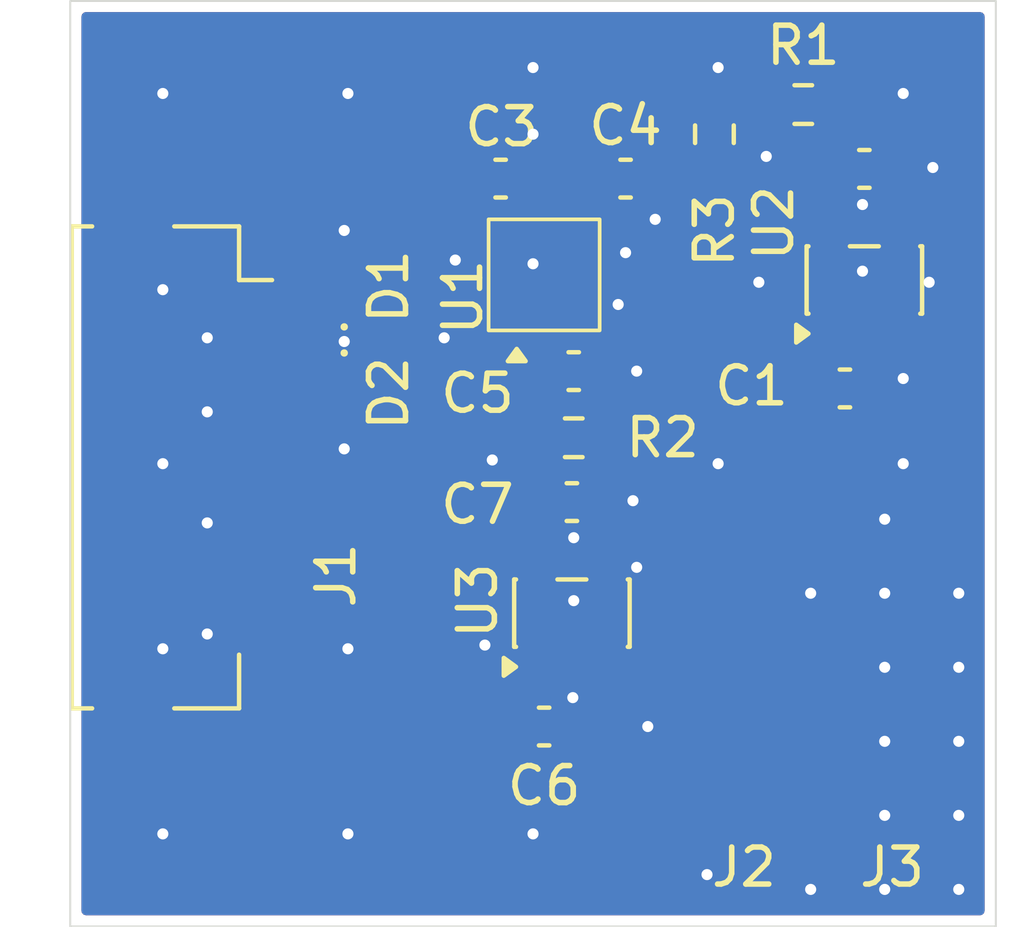
<source format=kicad_pcb>
(kicad_pcb (version 20241229) (generator "pcbnew") (generator_version "9.0")
  (layers (0 "F.Cu" signal) (2 "B.Cu" signal) (13 "F.Paste" user) (15 "B.Paste" user) (5 "F.SilkS" user "F.Silkscreen") (7 "B.SilkS" user "B.Silkscreen") (1 "F.Mask" user) (3 "B.Mask" user) (25 "Edge.Cuts" user))
  (net 0 "")
  (net 1 "+5V")
  (net 2 "GND")
  (net 3 "+3.3V")
  (net 4 "Net-(U1-C1)")
  (net 5 "+3.3VA")
  (net 7 "/SDA")
  (net 11 "/SCL")
  (net 19 "Net-(U2-OUT)")
  (net 20 "Net-(R2-Pad1)")
  (footprint "Diode_SMD:D_0402_1005Metric" (layer "F.Cu") (at 107.4 107.715 90)
    (property "Reference" "D1" (at 0 1.2 90) (layer "F.SilkS"))
    (property "Value" "JST")
    (fp_circle (center -1.09 0) (end -1.04 0) (stroke (width 0.1)) (fill no) (layer "F.SilkS"))
    (pad "1" smd roundrect (at -0.485 0 90) (size 0.59 0.64) (layers "F.Cu" "F.Mask" "F.Paste") (net 7 "/SDA"))
    (pad "2" smd roundrect (at 0.485 0 90) (size 0.59 0.64) (layers "F.Cu" "F.Mask" "F.Paste") (net 2 "GND"))
  )
  (footprint "Resistor_SMD:R_0603_1608Metric" (layer "F.Cu") (at 113.6 111.8 180)
    (property "Reference" "R2" (at -2.4 0 0) (layer "F.SilkS"))
    (property "Value" "0")
    (fp_line (start -0.237258 0.5225) (end 0.237258 0.5225) (stroke (width 0.12)) (layer "F.SilkS"))
    (fp_line (start -0.237258 -0.5225) (end 0.237258 -0.5225) (stroke (width 0.12)) (layer "F.SilkS"))
    (pad "1" smd roundrect (at -0.825 0 180) (size 0.8 0.95) (layers "F.Cu" "F.Mask" "F.Paste") (net 20 "Net-(R2-Pad1)"))
    (pad "2" smd roundrect (at 0.825 0 180) (size 0.8 0.95) (layers "F.Cu" "F.Mask" "F.Paste") (net 5 "+3.3VA"))
  )
  (footprint "Magnetometer:IST8310 LGA" (layer "F.Cu") (at 112.8 107.4 90)
    (property "Reference" "U1" (at -0.6 -2.2 90) (layer "F.SilkS"))
    (property "Value" "IST8310")
    (fp_rect (start -1.5 -1.5) (end 1.5 1.5) (stroke (width 0.1)) (fill no) (layer "F.SilkS"))
    (fp_poly (pts (xy -2 -0.74) (xy -2.33 -0.5) (xy -2.33 -0.98)) (stroke (width 0.12)) (fill yes) (layer "F.SilkS"))
    (pad "1" smd roundrect (at -1.2625 -0.75 90) (size 0.375 0.3) (layers "F.Cu" "F.Mask" "F.Paste") (net 11 "/SCL"))
    (pad "2" smd roundrect (at -1.2625 -0.25 90) (size 0.375 0.3) (layers "F.Cu" "F.Mask" "F.Paste") (net 5 "+3.3VA"))
    (pad "3" smd roundrect (at -1.2625 0.25 90) (size 0.375 0.3) (layers "F.Cu" "F.Mask" "F.Paste"))
    (pad "4" smd roundrect (at -1.2625 0.75 90) (size 0.375 0.3) (layers "F.Cu" "F.Mask" "F.Paste"))
    (pad "5" smd roundrect (at -0.75 1.2625 90) (size 0.3 0.375) (layers "F.Cu" "F.Mask" "F.Paste") (net 2 "GND"))
    (pad "6" smd roundrect (at -0.25 1.2625 90) (size 0.3 0.375) (layers "F.Cu" "F.Mask" "F.Paste") (net 2 "GND"))
    (pad "7" smd roundrect (at 0.25 1.2625 90) (size 0.3 0.375) (layers "F.Cu" "F.Mask" "F.Paste"))
    (pad "8" smd roundrect (at 0.75 1.2625 90) (size 0.3 0.375) (layers "F.Cu" "F.Mask" "F.Paste"))
    (pad "9" smd roundrect (at 1.2625 0.75 90) (size 0.375 0.3) (layers "F.Cu" "F.Mask" "F.Paste") (net 2 "GND"))
    (pad "10" smd roundrect (at 1.2625 0.25 90) (size 0.375 0.3) (layers "F.Cu" "F.Mask" "F.Paste") (net 4 "Net-(U1-C1)"))
    (pad "11" smd roundrect (at 1.2625 -0.25 90) (size 0.375 0.3) (layers "F.Cu" "F.Mask" "F.Paste") (net 2 "GND"))
    (pad "12" smd roundrect (at 1.2625 -0.75 90) (size 0.375 0.3) (layers "F.Cu" "F.Mask" "F.Paste"))
    (pad "13" smd roundrect (at 0.75 -1.2625 90) (size 0.3 0.375) (layers "F.Cu" "F.Mask" "F.Paste") (net 3 "+3.3V"))
    (pad "14" smd roundrect (at 0.25 -1.2625 90) (size 0.3 0.375) (layers "F.Cu" "F.Mask" "F.Paste"))
    (pad "15" smd roundrect (at -0.25 -1.2625 90) (size 0.3 0.375) (layers "F.Cu" "F.Mask" "F.Paste"))
    (pad "16" smd roundrect (at -0.75 -1.2625 90) (size 0.3 0.375) (layers "F.Cu" "F.Mask" "F.Paste") (net 7 "/SDA"))
  )
  (footprint "Capacitor_SMD:C_0603_1608Metric" (layer "F.Cu") (at 115 104.8)
    (property "Reference" "C4" (at 0 -1.43 0) (layer "F.SilkS"))
    (property "Value" "100n")
    (fp_line (start -0.14058 -0.51) (end 0.14058 -0.51) (stroke (width 0.12)) (layer "F.SilkS"))
    (fp_line (start -0.14058 0.51) (end 0.14058 0.51) (stroke (width 0.12)) (layer "F.SilkS"))
    (pad "1" smd roundrect (at -0.775 0) (size 0.9 0.95) (layers "F.Cu" "F.Mask" "F.Paste") (net 4 "Net-(U1-C1)"))
    (pad "2" smd roundrect (at 0.775 0) (size 0.9 0.95) (layers "F.Cu" "F.Mask" "F.Paste") (net 2 "GND"))
  )
  (footprint "Capacitor_SMD:C_0603_1608Metric" (layer "F.Cu") (at 111.625 104.8)
    (property "Reference" "C3" (at 0.025 -1.4 0) (layer "F.SilkS"))
    (property "Value" "100n")
    (fp_line (start -0.14058 -0.51) (end 0.14058 -0.51) (stroke (width 0.12)) (layer "F.SilkS"))
    (fp_line (start -0.14058 0.51) (end 0.14058 0.51) (stroke (width 0.12)) (layer "F.SilkS"))
    (pad "1" smd roundrect (at -0.775 0) (size 0.9 0.95) (layers "F.Cu" "F.Mask" "F.Paste") (net 3 "+3.3V"))
    (pad "2" smd roundrect (at 0.775 0) (size 0.9 0.95) (layers "F.Cu" "F.Mask" "F.Paste") (net 2 "GND"))
  )
  (footprint "Resistor_SMD:R_0603_1608Metric" (layer "F.Cu") (at 117.4 103.6 -90)
    (property "Reference" "R3" (at 2.6 0 90) (layer "F.SilkS"))
    (property "Value" "0")
    (fp_line (start -0.237258 0.5225) (end 0.237258 0.5225) (stroke (width 0.12)) (layer "F.SilkS"))
    (fp_line (start -0.237258 -0.5225) (end 0.237258 -0.5225) (stroke (width 0.12)) (layer "F.SilkS"))
    (pad "1" smd roundrect (at -0.825 0 270) (size 0.8 0.95) (layers "F.Cu" "F.Mask" "F.Paste") (net 3 "+3.3V"))
    (pad "2" smd roundrect (at 0.825 0 270) (size 0.8 0.95) (layers "F.Cu" "F.Mask" "F.Paste") (net 20 "Net-(R2-Pad1)"))
  )
  (footprint "Package_TO_SOT_SMD:SOT-23-5" (layer "F.Cu") (at 121.45 107.5375 90)
    (property "Reference" "U2" (at 1.5375 -2.45 90) (layer "F.SilkS"))
    (property "Value" "TPS77033PDBV")
    (fp_line (start 0.91 -1.56) (end 0.91 -1.51) (stroke (width 0.12)) (layer "F.SilkS"))
    (fp_line (start -0.91 -1.56) (end 0.91 -1.56) (stroke (width 0.12)) (layer "F.SilkS"))
    (fp_line (start -0.91 -1.51) (end -0.91 -1.56) (stroke (width 0.12)) (layer "F.SilkS"))
    (fp_line (start 0.91 -0.39) (end 0.91 0.39) (stroke (width 0.12)) (layer "F.SilkS"))
    (fp_line (start 0.91 1.51) (end 0.91 1.56) (stroke (width 0.12)) (layer "F.SilkS"))
    (fp_line (start 0.91 1.56) (end -0.91 1.56) (stroke (width 0.12)) (layer "F.SilkS"))
    (fp_line (start -0.91 1.56) (end -0.91 1.51) (stroke (width 0.12)) (layer "F.SilkS"))
    (fp_poly (pts (xy -1.45 -1.51) (xy -1.69 -1.84) (xy -1.21 -1.84)) (stroke (width 0.12)) (fill yes) (layer "F.SilkS"))
    (pad "1" smd roundrect (at -1.1375 -0.95 90) (size 1.325 0.6) (layers "F.Cu" "F.Mask" "F.Paste") (net 1 "+5V"))
    (pad "2" smd roundrect (at -1.1375 0 90) (size 1.325 0.6) (layers "F.Cu" "F.Mask" "F.Paste") (net 2 "GND"))
    (pad "3" smd roundrect (at -1.1375 0.95 90) (size 1.325 0.6) (layers "F.Cu" "F.Mask" "F.Paste") (net 1 "+5V"))
    (pad "4" smd roundrect (at 1.1375 0.95 90) (size 1.325 0.6) (layers "F.Cu" "F.Mask" "F.Paste") (net 2 "GND"))
    (pad "5" smd roundrect (at 1.1375 -0.95 90) (size 1.325 0.6) (layers "F.Cu" "F.Mask" "F.Paste") (net 19 "Net-(U2-OUT)"))
  )
  (footprint "Connector_Wire:SolderWirePad_1x01_SMD_3x6mm" (layer "F.Cu") (at 122.4 119.6 180)
    (property "Reference" "J3" (at 0.2 -3.8 0) (layer "F.SilkS"))
    (property "Value" "GND pad")
    (pad "1" smd roundrect (at 0 0 180) (size 3 6) (layers "F.Cu" "F.Mask") (net 2 "GND"))
  )
  (footprint "Connector_Wire:SolderWirePad_1x01_SMD_3x6mm" (layer "F.Cu") (at 118.2 119.6 180)
    (property "Reference" "J2" (at 0 -3.8 0) (layer "F.SilkS"))
    (property "Value" "+5V pad")
    (pad "1" smd roundrect (at 0 0 180) (size 3 6) (layers "F.Cu" "F.Mask") (net 1 "+5V"))
  )
  (footprint "Capacitor_SMD:C_0603_1608Metric" (layer "F.Cu") (at 112.8 119.6)
    (property "Reference" "C6" (at 0 1.6 0) (layer "F.SilkS"))
    (property "Value" "1u")
    (fp_line (start -0.14058 -0.51) (end 0.14058 -0.51) (stroke (width 0.12)) (layer "F.SilkS"))
    (fp_line (start -0.14058 0.51) (end 0.14058 0.51) (stroke (width 0.12)) (layer "F.SilkS"))
    (pad "1" smd roundrect (at -0.775 0) (size 0.9 0.95) (layers "F.Cu" "F.Mask" "F.Paste") (net 1 "+5V"))
    (pad "2" smd roundrect (at 0.775 0) (size 0.9 0.95) (layers "F.Cu" "F.Mask" "F.Paste") (net 2 "GND"))
  )
  (footprint "Capacitor_SMD:C_0603_1608Metric" (layer "F.Cu") (at 120.925 110.4675)
    (property "Reference" "C1" (at -2.525 -0.0675 0) (layer "F.SilkS"))
    (property "Value" "1u")
    (fp_line (start -0.14058 -0.51) (end 0.14058 -0.51) (stroke (width 0.12)) (layer "F.SilkS"))
    (fp_line (start -0.14058 0.51) (end 0.14058 0.51) (stroke (width 0.12)) (layer "F.SilkS"))
    (pad "1" smd roundrect (at -0.775 0) (size 0.9 0.95) (layers "F.Cu" "F.Mask" "F.Paste") (net 1 "+5V"))
    (pad "2" smd roundrect (at 0.775 0) (size 0.9 0.95) (layers "F.Cu" "F.Mask" "F.Paste") (net 2 "GND"))
  )
  (footprint "Connector_JST:JST_SHL_SM10B-SHLS-TF_1x10-1MP_P1.00mm_Horizontal" (layer "F.Cu") (at 103.15 112.6 -90)
    (property "Reference" "J1" (at 2.9175 -4.025 90) (layer "F.SilkS"))
    (property "Value" "JST_SH_10pin")
    (fp_line (start -6.51 3.11) (end 6.51 3.11) (stroke (width 0.12)) (layer "F.SilkS"))
    (fp_line (start 6.51 3.11) (end 6.51 2.56) (stroke (width 0.12)) (layer "F.SilkS"))
    (fp_line (start -6.51 2.56) (end -6.51 3.11) (stroke (width 0.12)) (layer "F.SilkS"))
    (fp_line (start -6.51 0.34) (end -6.51 -1.41) (stroke (width 0.12)) (layer "F.SilkS"))
    (fp_line (start 6.51 0.34) (end 6.51 -1.41) (stroke (width 0.12)) (layer "F.SilkS"))
    (fp_line (start -6.51 -1.41) (end -5.06 -1.41) (stroke (width 0.12)) (layer "F.SilkS"))
    (fp_line (start -5.06 -1.41) (end -5.06 -2.3) (stroke (width 0.12)) (layer "F.SilkS"))
    (fp_line (start 6.51 -1.41) (end 5.06 -1.41) (stroke (width 0.12)) (layer "F.SilkS"))
    (pad "1" smd roundrect (at -4.5 -1.675 270) (size 0.6 1.25) (layers "F.Cu" "F.Mask" "F.Paste") (net 7 "/SDA"))
    (pad "2" smd roundrect (at -3.5 -1.675 270) (size 0.6 1.25) (layers "F.Cu" "F.Mask" "F.Paste") (net 2 "GND"))
    (pad "3" smd roundrect (at -2.5 -1.675 270) (size 0.6 1.25) (layers "F.Cu" "F.Mask" "F.Paste") (net 11 "/SCL"))
    (pad "4" smd roundrect (at -1.5 -1.675 270) (size 0.6 1.25) (layers "F.Cu" "F.Mask" "F.Paste") (net 2 "GND"))
    (pad "5" smd roundrect (at -0.5 -1.675 270) (size 0.6 1.25) (layers "F.Cu" "F.Mask" "F.Paste"))
    (pad "6" smd roundrect (at 0.5 -1.675 270) (size 0.6 1.25) (layers "F.Cu" "F.Mask" "F.Paste"))
    (pad "7" smd roundrect (at 1.5 -1.675 270) (size 0.6 1.25) (layers "F.Cu" "F.Mask" "F.Paste") (net 2 "GND"))
    (pad "8" smd roundrect (at 2.5 -1.675 270) (size 0.6 1.25) (layers "F.Cu" "F.Mask" "F.Paste"))
    (pad "9" smd roundrect (at 3.5 -1.675 270) (size 0.6 1.25) (layers "F.Cu" "F.Mask" "F.Paste"))
    (pad "10" smd roundrect (at 4.5 -1.675 270) (size 0.6 1.25) (layers "F.Cu" "F.Mask" "F.Paste") (net 2 "GND"))
    (pad "MP" smd roundrect (at -5.95 1.45 270) (size 0.9 1.7) (layers "F.Cu" "F.Mask" "F.Paste"))
    (pad "MP" smd roundrect (at 5.95 1.45 270) (size 0.9 1.7) (layers "F.Cu" "F.Mask" "F.Paste"))
  )
  (footprint "Package_TO_SOT_SMD:SOT-23-5" (layer "F.Cu") (at 113.55 116.5375 90)
    (property "Reference" "U3" (at 0.3375 -2.55 90) (layer "F.SilkS"))
    (property "Value" "TPS77033PDBV")
    (fp_line (start 0.91 -1.56) (end 0.91 -1.51) (stroke (width 0.12)) (layer "F.SilkS"))
    (fp_line (start -0.91 -1.56) (end 0.91 -1.56) (stroke (width 0.12)) (layer "F.SilkS"))
    (fp_line (start -0.91 -1.51) (end -0.91 -1.56) (stroke (width 0.12)) (layer "F.SilkS"))
    (fp_line (start 0.91 -0.39) (end 0.91 0.39) (stroke (width 0.12)) (layer "F.SilkS"))
    (fp_line (start 0.91 1.51) (end 0.91 1.56) (stroke (width 0.12)) (layer "F.SilkS"))
    (fp_line (start 0.91 1.56) (end -0.91 1.56) (stroke (width 0.12)) (layer "F.SilkS"))
    (fp_line (start -0.91 1.56) (end -0.91 1.51) (stroke (width 0.12)) (layer "F.SilkS"))
    (fp_poly (pts (xy -1.45 -1.51) (xy -1.69 -1.84) (xy -1.21 -1.84)) (stroke (width 0.12)) (fill yes) (layer "F.SilkS"))
    (pad "1" smd roundrect (at -1.1375 -0.95 90) (size 1.325 0.6) (layers "F.Cu" "F.Mask" "F.Paste") (net 1 "+5V"))
    (pad "2" smd roundrect (at -1.1375 0 90) (size 1.325 0.6) (layers "F.Cu" "F.Mask" "F.Paste") (net 2 "GND"))
    (pad "3" smd roundrect (at -1.1375 0.95 90) (size 1.325 0.6) (layers "F.Cu" "F.Mask" "F.Paste") (net 1 "+5V"))
    (pad "4" smd roundrect (at 1.1375 0.95 90) (size 1.325 0.6) (layers "F.Cu" "F.Mask" "F.Paste") (net 2 "GND"))
    (pad "5" smd roundrect (at 1.1375 -0.95 90) (size 1.325 0.6) (layers "F.Cu" "F.Mask" "F.Paste") (net 5 "+3.3VA"))
  )
  (footprint "Capacitor_SMD:C_0603_1608Metric" (layer "F.Cu") (at 121.45 104.5375)
    (property "Reference" "C2" (hide yes))
    (property "Value" "1u")
    (fp_line (start -0.14058 -0.51) (end 0.14058 -0.51) (stroke (width 0.12)) (layer "F.SilkS"))
    (fp_line (start -0.14058 0.51) (end 0.14058 0.51) (stroke (width 0.12)) (layer "F.SilkS"))
    (pad "1" smd roundrect (at -0.775 0) (size 0.9 0.95) (layers "F.Cu" "F.Mask" "F.Paste") (net 19 "Net-(U2-OUT)"))
    (pad "2" smd roundrect (at 0.775 0) (size 0.9 0.95) (layers "F.Cu" "F.Mask" "F.Paste") (net 2 "GND"))
  )
  (footprint "Resistor_SMD:R_0603_1608Metric" (layer "F.Cu") (at 119.8 102.8 180)
    (property "Reference" "R1" (at 0 1.6 0) (layer "F.SilkS"))
    (property "Value" "0")
    (fp_line (start -0.237258 0.5225) (end 0.237258 0.5225) (stroke (width 0.12)) (layer "F.SilkS"))
    (fp_line (start -0.237258 -0.5225) (end 0.237258 -0.5225) (stroke (width 0.12)) (layer "F.SilkS"))
    (pad "1" smd roundrect (at -0.825 0 180) (size 0.8 0.95) (layers "F.Cu" "F.Mask" "F.Paste") (net 19 "Net-(U2-OUT)"))
    (pad "2" smd roundrect (at 0.825 0 180) (size 0.8 0.95) (layers "F.Cu" "F.Mask" "F.Paste") (net 3 "+3.3V"))
  )
  (footprint "Diode_SMD:D_0402_1005Metric" (layer "F.Cu") (at 107.4 110.6 -90)
    (property "Reference" "D2" (at 0 -1.2 90) (layer "F.SilkS"))
    (property "Value" "JST")
    (fp_circle (center -1.09 0) (end -1.04 0) (stroke (width 0.1)) (fill no) (layer "F.SilkS"))
    (pad "1" smd roundrect (at -0.485 0 270) (size 0.59 0.64) (layers "F.Cu" "F.Mask" "F.Paste") (net 11 "/SCL"))
    (pad "2" smd roundrect (at 0.485 0 270) (size 0.59 0.64) (layers "F.Cu" "F.Mask" "F.Paste") (net 2 "GND"))
  )
  (footprint "Capacitor_SMD:C_0603_1608Metric" (layer "F.Cu") (at 113.55 113.5375)
    (property "Reference" "C7" (at -2.55 0.0625 180) (layer "F.SilkS"))
    (property "Value" "1u")
    (fp_line (start -0.14058 -0.51) (end 0.14058 -0.51) (stroke (width 0.12)) (layer "F.SilkS"))
    (fp_line (start -0.14058 0.51) (end 0.14058 0.51) (stroke (width 0.12)) (layer "F.SilkS"))
    (pad "1" smd roundrect (at -0.775 0) (size 0.9 0.95) (layers "F.Cu" "F.Mask" "F.Paste") (net 5 "+3.3VA"))
    (pad "2" smd roundrect (at 0.775 0) (size 0.9 0.95) (layers "F.Cu" "F.Mask" "F.Paste") (net 2 "GND"))
  )
  (footprint "Capacitor_SMD:C_0603_1608Metric" (layer "F.Cu") (at 113.6 110)
    (property "Reference" "C5" (at -2.6 0.6 0) (layer "F.SilkS"))
    (property "Value" "100n")
    (fp_line (start -0.14058 -0.51) (end 0.14058 -0.51) (stroke (width 0.12)) (layer "F.SilkS"))
    (fp_line (start -0.14058 0.51) (end 0.14058 0.51) (stroke (width 0.12)) (layer "F.SilkS"))
    (pad "1" smd roundrect (at -0.775 0) (size 0.9 0.95) (layers "F.Cu" "F.Mask" "F.Paste") (net 5 "+3.3VA"))
    (pad "2" smd roundrect (at 0.775 0) (size 0.9 0.95) (layers "F.Cu" "F.Mask" "F.Paste") (net 2 "GND"))
  )
  (gr_rect (start 100 100) (end 125 125) (stroke (width 0.05)) (fill no) (layer "Edge.Cuts"))
  (segment (start 112.025 119.6) (end 113.025 120.6) (width 0.3) (layer "F.Cu") (net 1))
  (segment (start 114.5 117.675) (end 114.5 120.5) (width 0.3) (layer "F.Cu") (net 1))
  (segment (start 112.025 119.6) (end 112.025 118.25) (width 0.3) (layer "F.Cu") (net 1))
  (segment (start 114.4 120.6) (end 117.2 120.6) (width 0.3) (layer "F.Cu") (net 1))
  (segment (start 117.2 120.6) (end 118.2 119.6) (width 0.3) (layer "F.Cu") (net 1))
  (segment (start 114.5 120.5) (end 114.4 120.6) (width 0.3) (layer "F.Cu") (net 1))
  (segment (start 120.5 108.675) (end 120.5 110.1175) (width 0.3) (layer "F.Cu") (net 1))
  (segment (start 112.025 118.25) (end 112.6 117.675) (width 0.3) (layer "F.Cu") (net 1))
  (segment (start 123.2 110.5675) (end 122.1 111.6675) (width 0.3) (layer "F.Cu") (net 1))
  (segment (start 113.025 120.6) (end 114.4 120.6) (width 0.3) (layer "F.Cu") (net 1))
  (segment (start 120.15 110.4675) (end 118.2 112.4175) (width 0.3) (layer "F.Cu") (net 1))
  (segment (start 123.2 109.475) (end 123.2 110.5675) (width 0.3) (layer "F.Cu") (net 1))
  (segment (start 118.2 112.4175) (end 118.2 119.6) (width 0.3) (layer "F.Cu") (net 1))
  (segment (start 121.35 111.6675) (end 120.15 110.4675) (width 0.3) (layer "F.Cu") (net 1))
  (segment (start 120.5 110.1175) (end 120.15 110.4675) (width 0.3) (layer "F.Cu") (net 1))
  (segment (start 122.1 111.6675) (end 121.35 111.6675) (width 0.3) (layer "F.Cu") (net 1))
  (segment (start 122.4 108.675) (end 123.2 109.475) (width 0.3) (layer "F.Cu") (net 1))
  (segment (start 113.575 117.7) (end 113.55 117.675) (width 0.3) (layer "F.Cu") (net 2))
  (segment (start 114.0625 107.65) (end 113.35 107.65) (width 0.3) (layer "F.Cu") (net 2))
  (segment (start 113.575 119.6) (end 113.575 117.7) (width 0.3) (layer "F.Cu") (net 2))
  (segment (start 121.7 110.4675) (end 122.2325 110.4675) (width 0.3) (layer "F.Cu") (net 2))
  (segment (start 114.0625 108.15) (end 114.75 108.15) (width 0.3) (layer "F.Cu") (net 2))
  (segment (start 121.45 108.675) (end 121.45 110.2175) (width 0.3) (layer "F.Cu") (net 2))
  (segment (start 113.55 118.173452) (end 113.55 117.675) (width 0.3) (layer "F.Cu") (net 2))
  (segment (start 112.55 106.1375) (end 112.55 107.05) (width 0.3) (layer "F.Cu") (net 2))
  (segment (start 115.2 113.5) (end 114.3625 113.5) (width 0.3) (layer "F.Cu") (net 2))
  (segment (start 121.45 107.35) (end 121.4 107.3) (width 0.3) (layer "F.Cu") (net 2))
  (segment (start 114.3625 113.5) (end 114.325 113.5375) (width 0.3) (layer "F.Cu") (net 2))
  (segment (start 114.0625 108.15) (end 114.0625 107.65) (width 0.3) (layer "F.Cu") (net 2))
  (segment (start 114.85 107.65) (end 114.9 107.6) (width 0.3) (layer "F.Cu") (net 2))
  (segment (start 114.0365 108.124) (end 113.3 108.124) (width 0.3) (layer "F.Cu") (net 2))
  (segment (start 114.0625 107.65) (end 114.85 107.65) (width 0.3) (layer "F.Cu") (net 2))
  (segment (start 112.55 107.05) (end 112.5 107.1) (width 0.3) (layer "F.Cu") (net 2))
  (segment (start 122.4 106.4) (end 122.4 104.7125) (width 0.3) (layer "F.Cu") (net 2))
  (segment (start 121.45 108.675) (end 121.45 107.35) (width 0.3) (layer "F.Cu") (net 2))
  (segment (start 115 106.795466) (end 115 106.8) (width 0.3) (layer "F.Cu") (net 2))
  (segment (start 113.575 118.819639) (end 113.465826 118.928813) (width 0.3) (layer "F.Cu") (net 2))
  (segment (start 114.342034 106.1375) (end 113.55 106.1375) (width 0.3) (layer "F.Cu") (net 2))
  (segment (start 121.45 110.2175) (end 121.7 110.4675) (width 0.3) (layer "F.Cu") (net 2))
  (segment (start 113.55 106.1375) (end 113.55 106.85) (width 0.2) (layer "F.Cu") (net 2))
  (segment (start 114.342034 106.1375) (end 115 106.795466) (width 0.3) (layer "F.Cu") (net 2))
  (segment (start 114.75 108.15) (end 114.8 108.2) (width 0.3) (layer "F.Cu") (net 2))
  (segment (start 113.3 107.1) (end 112.5 107.1) (width 0.2) (layer "F.Cu") (net 2))
  (segment (start 114.0625 108.15) (end 114.0365 108.124) (width 0.3) (layer "F.Cu") (net 2))
  (segment (start 122.4 104.7125) (end 122.225 104.5375) (width 0.3) (layer "F.Cu") (net 2))
  (segment (start 113.35 107.65) (end 113.3 107.6) (width 0.3) (layer "F.Cu") (net 2))
  (segment (start 122.2325 110.4675) (end 122.5 110.2) (width 0.3) (layer "F.Cu") (net 2))
  (segment (start 113.55 106.85) (end 113.3 107.1) (width 0.2) (layer "F.Cu") (net 2))
  (via (at 124 118) (size 0.6) (drill 0.3) (layers "F.Cu" "B.Cu") (net 2))
  (via (at 112.5 101.8) (size 0.6) (drill 0.3) (layers "F.Cu" "B.Cu") (net 2))
  (via (at 120 124) (size 0.6) (drill 0.3) (layers "F.Cu" "B.Cu") (net 2))
  (via (at 110.4 107) (size 0.6) (drill 0.3) (layers "F.Cu" "B.Cu") (net 2))
  (via (at 107.5 117.5) (size 0.6) (drill 0.3) (layers "F.Cu" "B.Cu") (net 2))
  (via (at 113.575 118.819639) (size 0.6) (drill 0.3) (layers "F.Cu" "B.Cu") (net 2))
  (via (at 124 116) (size 0.6) (drill 0.3) (layers "F.Cu" "B.Cu") (net 2))
  (via (at 107.4 109.2) (size 0.6) (drill 0.3) (layers "F.Cu" "B.Cu") (net 2))
  (via (at 102.5 107.8) (size 0.6) (drill 0.3) (layers "F.Cu" "B.Cu") (net 2))
  (via (at 120 116) (size 0.6) (drill 0.3) (layers "F.Cu" "B.Cu") (net 2))
  (via (at 107.5 102.5) (size 0.6) (drill 0.3) (layers "F.Cu" "B.Cu") (net 2))
  (via (at 102.5 102.5) (size 0.6) (drill 0.3) (layers "F.Cu" "B.Cu") (net 2))
  (via (at 103.7 109.1) (size 0.6) (drill 0.3) (layers "F.Cu" "B.Cu") (net 2))
  (via (at 118.6 107.6) (size 0.6) (drill 0.3) (layers "F.Cu" "B.Cu") (net 2))
  (via (at 115.2 113.5) (size 0.6) (drill 0.3) (layers "F.Cu" "B.Cu") (net 2))
  (via (at 121.4 107.3) (size 0.6) (drill 0.3) (layers "F.Cu" "B.Cu") (net 2))
  (via (at 115.8 105.9) (size 0.6) (drill 0.3) (layers "F.Cu" "B.Cu") (net 2))
  (via (at 122 124) (size 0.6) (drill 0.3) (layers "F.Cu" "B.Cu") (net 2))
  (via (at 103.7 117.1) (size 0.6) (drill 0.3) (layers "F.Cu" "B.Cu") (net 2))
  (via (at 111.4 112.4) (size 0.6) (drill 0.3) (layers "F.Cu" "B.Cu") (net 2))
  (via (at 121.4 105.5) (size 0.6) (drill 0.3) (layers "F.Cu" "B.Cu") (net 2))
  (via (at 122 114) (size 0.6) (drill 0.3) (layers "F.Cu" "B.Cu") (net 2))
  (via (at 124 124) (size 0.6) (drill 0.3) (layers "F.Cu" "B.Cu") (net 2))
  (via (at 122 116) (size 0.6) (drill 0.3) (layers "F.Cu" "B.Cu") (net 2))
  (via (at 123.3 104.5) (size 0.6) (drill 0.3) (layers "F.Cu" "B.Cu") (net 2))
  (via (at 103.7 111.1) (size 0.6) (drill 0.3) (layers "F.Cu" "B.Cu") (net 2))
  (via (at 124 122) (size 0.6) (drill 0.3) (layers "F.Cu" "B.Cu") (net 2))
  (via (at 111.2 117.4) (size 0.6) (drill 0.3) (layers "F.Cu" "B.Cu") (net 2))
  (via (at 122.5 112.5) (size 0.6) (drill 0.3) (layers "F.Cu" "B.Cu") (net 2))
  (via (at 114.8 108.2) (size 0.6) (drill 0.3) (layers "F.Cu" "B.Cu") (net 2))
  (via (at 107.4 106.2) (size 0.6) (drill 0.3) (layers "F.Cu" "B.Cu") (net 2))
  (via (at 102.5 122.5) (size 0.6) (drill 0.3) (layers "F.Cu" "B.Cu") (net 2))
  (via (at 102.5 117.5) (size 0.6) (drill 0.3) (layers "F.Cu" "B.Cu") (net 2))
  (via (at 122 120) (size 0.6) (drill 0.3) (layers "F.Cu" "B.Cu") (net 2))
  (via (at 117.2 123.6) (size 0.6) (drill 0.3) (layers "F.Cu" "B.Cu") (net 2))
  (via (at 115 106.8) (size 0.6) (drill 0.3) (layers "F.Cu" "B.Cu") (net 2))
  (via (at 115.3 110) (size 0.6) (drill 0.3) (layers "F.Cu" "B.Cu") (net 2))
  (via (at 112.5 122.5) (size 0.6) (drill 0.3) (layers "F.Cu" "B.Cu") (net 2))
  (via (at 122 122) (size 0.6) (drill 0.3) (layers "F.Cu" "B.Cu") (net 2))
  (via (at 107.4 112.1) (size 0.6) (drill 0.3) (layers "F.Cu" "B.Cu") (net 2))
  (via (at 123.2 107.6) (size 0.6) (drill 0.3) (layers "F.Cu" "B.Cu") (net 2))
  (via (at 103.7 114.1) (size 0.6) (drill 0.3) (layers "F.Cu" "B.Cu") (net 2))
  (via (at 113.6 116.2) (size 0.6) (drill 0.3) (layers "F.Cu" "B.Cu") (net 2))
  (via (at 117.5 101.8) (size 0.6) (drill 0.3) (layers "F.Cu" "B.Cu") (net 2))
  (via (at 115.3 115.3) (size 0.6) (drill 0.3) (layers "F.Cu" "B.Cu") (net 2))
  (via (at 112.5 103.6) (size 0.6) (drill 0.3) (layers "F.Cu" "B.Cu") (net 2))
  (via (at 118.8 104.2) (size 0.6) (drill 0.3) (layers "F.Cu" "B.Cu") (net 2))
  (via (at 107.5 122.5) (size 0.6) (drill 0.3) (layers "F.Cu" "B.Cu") (net 2))
  (via (at 122.5 110.2) (size 0.6) (drill 0.3) (layers "F.Cu" "B.Cu") (net 2))
  (via (at 102.5 112.5) (size 0.6) (drill 0.3) (layers "F.Cu" "B.Cu") (net 2))
  (via (at 124 120) (size 0.6) (drill 0.3) (layers "F.Cu" "B.Cu") (net 2))
  (via (at 115.6 119.6) (size 0.6) (drill 0.3) (layers "F.Cu" "B.Cu") (net 2))
  (via (at 122 118) (size 0.6) (drill 0.3) (layers "F.Cu" "B.Cu") (net 2))
  (via (at 113.6 114.5) (size 0.6) (drill 0.3) (layers "F.Cu" "B.Cu") (net 2))
  (via (at 112.5 107.1) (size 0.6) (drill 0.3) (layers "F.Cu" "B.Cu") (net 2))
  (via (at 122.5 102.5) (size 0.6) (drill 0.3) (layers "F.Cu" "B.Cu") (net 2))
  (via (at 110.1 109.1) (size 0.6) (drill 0.3) (layers "F.Cu" "B.Cu") (net 2))
  (via (at 117.5 112.5) (size 0.6) (drill 0.3) (layers "F.Cu" "B.Cu") (net 2))
  (segment (start 118.975 102.8) (end 117.4 102.8) (width 0.3) (layer "F.Cu") (net 3))
  (segment (start 111.8 102.8) (end 110.85 103.75) (width 0.3) (layer "F.Cu") (net 3))
  (segment (start 110.85 103.75) (end 110.85 104.8) (width 0.3) (layer "F.Cu") (net 3))
  (segment (start 117.4 102.8) (end 111.8 102.8) (width 0.3) (layer "F.Cu") (net 3))
  (segment (start 110.85 105.9625) (end 111.5375 106.65) (width 0.3) (layer "F.Cu") (net 3))
  (segment (start 110.85 104.8) (end 110.85 105.9625) (width 0.3) (layer "F.Cu") (net 3))
  (segment (start 114 104.8) (end 114.225 104.8) (width 0.3) (layer "F.Cu") (net 4))
  (segment (start 113.05 105.75) (end 113.05 106.1375) (width 0.3) (layer "F.Cu") (net 4))
  (segment (start 113.05 105.75) (end 114 104.8) (width 0.3) (layer "F.Cu") (net 4))
  (segment (start 114.2 104.85) (end 113.95 104.85) (width 0.3) (layer "F.Cu") (net 4))
  (segment (start 112.55 108.6625) (end 112.55 115.35) (width 0.3) (layer "F.Cu") (net 5))
  (segment (start 112.55 115.35) (end 112.6 115.4) (width 0.3) (layer "F.Cu") (net 5))
  (segment (start 112.6 113.7125) (end 112.775 113.5375) (width 0.3) (layer "F.Cu") (net 5))
  (segment (start 104.825 108.1) (end 104.876 108.151) (width 0.3) (layer "F.Cu") (net 7))
  (segment (start 104.876 108.151) (end 111.5375 108.151) (width 0.3) (layer "F.Cu") (net 7))
  (segment (start 112.05 109.15) (end 112.05 108.6625) (width 0.3) (layer "F.Cu") (net 11))
  (segment (start 111.1 110.1) (end 112.05 109.15) (width 0.3) (layer "F.Cu") (net 11))
  (segment (start 104.825 110.1) (end 111.1 110.1) (width 0.3) (layer "F.Cu") (net 11))
  (segment (start 120.675 102.85) (end 120.625 102.8) (width 0.3) (layer "F.Cu") (net 19))
  (segment (start 120.5 106.4) (end 120.5 104.7125) (width 0.3) (layer "F.Cu") (net 19))
  (segment (start 120.5 104.7125) (end 120.675 104.5375) (width 0.3) (layer "F.Cu") (net 19))
  (segment (start 120.675 104.5375) (end 120.675 102.85) (width 0.3) (layer "F.Cu") (net 19))
  (segment (start 114.425 111.8) (end 117.4 108.825) (width 0.3) (layer "F.Cu") (net 20))
  (segment (start 117.4 108.825) (end 117.4 104.425) (width 0.3) (layer "F.Cu") (net 20))
  (zone (net 0) (net_name "") (layer "F.Cu") (connect_pads (clearance 0)) (min_thickness 0.25)
    (keepout (tracks allowed) (vias allowed) (pads allowed) (copperpour not_allowed) (footprints allowed))
    (fill (thermal_gap 0.3) (thermal_bridge_width 0.3))
    (polygon (pts (xy 122 109.4) (xy 123.1 109.4) (xy 123 111) (xy 121.9 111.1) (xy 121.6 110.2)))
  )
  (zone (net 0) (net_name "") (layer "F.Cu") (connect_pads (clearance 0)) (min_thickness 0.25)
    (keepout (tracks allowed) (vias allowed) (pads allowed) (copperpour not_allowed) (footprints allowed))
    (fill (thermal_gap 0.3) (thermal_bridge_width 0.3))
    (polygon (pts (xy 114 118) (xy 114.2 119.9) (xy 112.3 119.2) (xy 112.1 118.5) (xy 113.2 118)))
  )
  (zone (net 0) (net_name "") (layer "F.Cu") (connect_pads (clearance 0)) (min_thickness 0.25)
    (keepout (tracks allowed) (vias allowed) (pads allowed) (copperpour not_allowed) (footprints allowed))
    (fill (thermal_gap 0.3) (thermal_bridge_width 0.3))
    (polygon (pts (xy 112.9 110.2) (xy 114.7 110.3) (xy 115 111.2) (xy 114 113.2) (xy 114.1 114.1) (xy 113.4 113.5375) (xy 113 113.4) (xy 112.8 111.2)))
  )
  (zone (net 2) (net_name "GND") (layers "F.Cu" "B.Cu") (connect_pads (clearance 0.25)) (min_thickness 0.25) (fill yes (thermal_gap 0.3) (thermal_bridge_width 0.3))
    (polygon (pts (xy 100 100) (xy 125 100) (xy 125 125) (xy 100 125)))
  )
)
</source>
